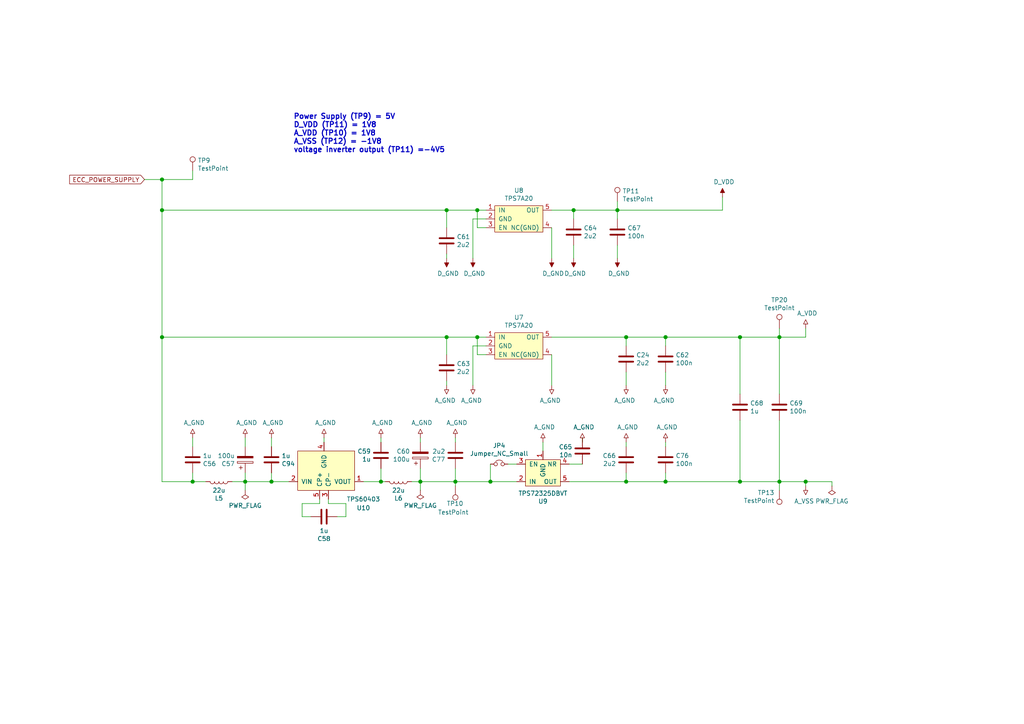
<source format=kicad_sch>
(kicad_sch (version 20210621) (generator eeschema)
  (paper "A4")
  (title_block (title "EEG power supply") (rev "1.0") (company "MIT License"))
  (lib_symbols
    (symbol "Connector:TestPoint" (pin_numbers hide) (pin_names (offset 0.762) hide)
      (property "Reference" "TP" (at 0 6.858 0))
      (property "Value" "TestPoint" (at 0 5.08 0))
      (symbol "TestPoint_0_1"
        (circle (center 0 3.302) (radius 0.762))
      )
      (symbol "TestPoint_1_1"
        (pin passive line (at 0 0 90) (length 2.54) (name "1") (number "1"))
      )
    )
    (symbol "Device:C" (pin_numbers hide) (pin_names (offset 0.254))
      (property "Reference" "C" (at 0.635 2.54 0))
      (property "Value" "C" (at 0.635 -2.54 0))
      (symbol "C_0_1"
        (polyline (pts (xy -2.032 -0.762) (xy 2.032 -0.762)) (stroke (width 0.508)))
        (polyline (pts (xy -2.032 0.762) (xy 2.032 0.762)) (stroke (width 0.508)))
      )
      (symbol "C_1_1"
        (pin passive line (at 0 3.81 270) (length 2.794) (name "~") (number "1"))
        (pin passive line (at 0 -3.81 90) (length 2.794) (name "~") (number "2"))
      )
    )
    (symbol "Device:CP" (pin_numbers hide) (pin_names (offset 0.254))
      (property "Reference" "C" (at 0.635 2.54 0))
      (property "Value" "CP" (at 0.635 -2.54 0))
      (symbol "CP_0_1"
        (rectangle (start -2.286 0.508) (end 2.286 1.016))
        (rectangle (start 2.286 -0.508) (end -2.286 -1.016) (fill (type outline)))
        (polyline (pts (xy -1.778 2.286) (xy -0.762 2.286)))
        (polyline (pts (xy -1.27 2.794) (xy -1.27 1.778)))
      )
      (symbol "CP_1_1"
        (pin passive line (at 0 3.81 270) (length 2.794) (name "~") (number "1"))
        (pin passive line (at 0 -3.81 90) (length 2.794) (name "~") (number "2"))
      )
    )
    (symbol "Device:Jumper_NC_Small" (pin_numbers hide) (pin_names (offset 0.762) hide)
      (property "Reference" "JP" (at 0 2.032 0))
      (property "Value" "Jumper_NC_Small" (at 0.254 -1.524 0))
      (symbol "Jumper_NC_Small_0_1"
        (arc (start 1.016 0.762) (end -1.016 0.762) (radius (at 0 -0.254) (length 1.4478) (angles 45 135)))
        (circle (center -1.016 0) (radius 0.508))
        (circle (center 1.016 0) (radius 0.508))
        (pin passive line (at -2.54 0 0) (length 1.016) (name "1") (number "1"))
        (pin passive line (at 2.54 0 180) (length 1.016) (name "2") (number "2"))
      )
    )
    (symbol "Device:L" (pin_numbers hide) (pin_names (offset 1.016) hide)
      (property "Reference" "L" (at -1.27 0 90))
      (property "Value" "L" (at 1.905 0 90))
      (symbol "L_0_1"
        (arc (start 0 -2.54) (end 0 -1.27) (radius (at 0 -1.905) (length 0.635) (angles -89.9 89.9)))
        (arc (start 0 -1.27) (end 0 0) (radius (at 0 -0.635) (length 0.635) (angles -89.9 89.9)))
        (arc (start 0 0) (end 0 1.27) (radius (at 0 0.635) (length 0.635) (angles -89.9 89.9)))
        (arc (start 0 1.27) (end 0 2.54) (radius (at 0 1.905) (length 0.635) (angles -89.9 89.9)))
      )
      (symbol "L_1_1"
        (pin passive line (at 0 3.81 270) (length 1.27) (name "1") (number "1"))
        (pin passive line (at 0 -3.81 90) (length 1.27) (name "2") (number "2"))
      )
    )
    (symbol "Electroencephalograph:A_GND" (pin_names (offset 0))
      (property "Value" "A_GND" (at 0 -3.81 0))
      (symbol "A_GND_1_1"
        (polyline (pts (xy 0 0) (xy 0 -1.27)))
        (polyline (pts (xy 0 -1.27) (xy -0.635 -1.27) (xy 0 -2.54) (xy 0.635 -1.27) (xy 0 -1.27)))
        (pin power_in line (at 0 0 270) (length 0) hide (name "A_GND") (number "1"))
      )
    )
    (symbol "Electroencephalograph:A_VDD" (pin_names (offset 0))
      (property "Value" "A_VDD" (at 0 3.81 0))
      (symbol "A_VDD_0_1"
        (polyline (pts (xy 0 1.27) (xy 0.635 1.27) (xy 0 2.54) (xy -0.635 1.27) (xy 0 1.27)))
      )
      (symbol "A_VDD_1_1"
        (polyline (pts (xy 0 0) (xy 0 1.27)))
        (pin power_in line (at 0 0 90) (length 0) hide (name "A_VDD") (number "1"))
      )
    )
    (symbol "Electroencephalograph:A_VSS" (pin_names (offset 0))
      (property "Value" "A_VSS" (at 0 3.175 0))
      (symbol "A_VSS_1_1"
        (polyline (pts (xy 0 0) (xy 0 1.27)))
        (polyline (pts (xy 0 1.27) (xy 0.635 1.27) (xy 0 2.54) (xy -0.635 1.27) (xy 0 1.27)))
        (pin power_in line (at 0 0 90) (length 0) hide (name "A_VSS") (number "1"))
      )
    )
    (symbol "Electroencephalograph:D_GND" (pin_names (offset 0))
      (property "Value" "D_GND" (at 0 -3.81 0))
      (symbol "D_GND_1_1"
        (polyline (pts (xy 0 0) (xy 0 -1.27)))
        (polyline (pts (xy 0 -1.27) (xy -0.635 -1.27) (xy 0 -2.54) (xy 0.635 -1.27) (xy 0 -1.27)) (fill (type outline)))
        (pin power_in line (at 0 0 270) (length 0) hide (name "D_GND") (number "1"))
      )
    )
    (symbol "Electroencephalograph:D_VDD" (pin_names (offset 0))
      (property "Value" "D_VDD" (at 0 3.175 0))
      (symbol "D_VDD_1_1"
        (polyline (pts (xy 0 0) (xy 0 1.27)))
        (polyline (pts (xy 0 1.27) (xy 0.635 1.27) (xy 0 2.54) (xy -0.635 1.27) (xy 0 1.27)) (fill (type outline)))
        (pin power_in line (at 0 0 90) (length 0) hide (name "D_VDD") (number "1"))
      )
    )
    (symbol "Electroencephalograph:TPS60403" (pin_names (offset 1.016))
      (property "Reference" "U" (at 11.43 10.16 0))
      (property "Value" "TPS60403" (at 11.43 7.62 0))
      (symbol "TPS60403_0_1"
        (rectangle (start -7.62 5.08) (end 8.89 -6.35) (fill (type background)))
      )
      (symbol "TPS60403_1_1"
        (pin power_out line (at 11.43 2.54 180) (length 2.54) (name "VOUT") (number "1"))
        (pin power_in line (at -10.16 2.54 0) (length 2.54) (name "VIN") (number "2"))
        (pin passive line (at 1.27 7.62 270) (length 2.54) (name "CP-") (number "3"))
        (pin power_in line (at 0 -8.89 90) (length 2.54) (name "GND") (number "4"))
        (pin passive line (at -1.27 7.62 270) (length 2.54) (name "CP+") (number "5"))
      )
    )
    (symbol "Electroencephalograph:TPS72325DBVT" (pin_names (offset 1.016))
      (property "Reference" "U" (at 0 2.54 0))
      (property "Value" "TPS72325DBVT" (at 0 0 0))
      (symbol "TPS72325DBVT_0_1"
        (rectangle (start -5.08 -1.27) (end 5.08 -8.89) (fill (type background)))
      )
      (symbol "TPS72325DBVT_1_1"
        (pin input line (at 0 -11.43 90) (length 2.54) (name "GND") (number "1"))
        (pin power_in line (at -7.62 -2.54 0) (length 2.54) (name "IN") (number "2"))
        (pin input line (at -7.62 -7.62 0) (length 2.54) (name "EN") (number "3"))
        (pin input line (at 7.62 -7.62 180) (length 2.54) (name "NR") (number "4"))
        (pin input line (at 7.62 -2.54 180) (length 2.54) (name "OUT") (number "5"))
      )
    )
    (symbol "Electroencephalograph:TPS7A20" (pin_names (offset 1.016))
      (property "Reference" "U" (at 0 3.81 0))
      (property "Value" "TPS7A20" (at 0 1.27 0))
      (symbol "TPS7A20_0_1"
        (rectangle (start -6.35 0) (end 7.62 -7.62) (fill (type background)))
      )
      (symbol "TPS7A20_1_1"
        (pin power_in line (at -8.89 -1.27 0) (length 2.54) (name "IN") (number "1"))
        (pin input line (at -8.89 -3.81 0) (length 2.54) (name "GND") (number "2"))
        (pin input line (at -8.89 -6.35 0) (length 2.54) (name "EN") (number "3"))
        (pin input line (at 10.16 -6.35 180) (length 2.54) (name "NC(GND)") (number "4"))
        (pin power_out line (at 10.16 -1.27 180) (length 2.54) (name "OUT") (number "5"))
      )
    )
    (symbol "power:PWR_FLAG" (power) (pin_numbers hide) (pin_names (offset 0) hide)
      (property "Value" "PWR_FLAG" (at 0 3.81 0))
      (symbol "PWR_FLAG_0_0"
        (pin power_out line (at 0 0 90) (length 0) (name "pwr") (number "1"))
      )
      (symbol "PWR_FLAG_0_1"
        (polyline (pts (xy 0 0) (xy 0 1.27) (xy -1.016 1.905) (xy 0 2.54) (xy 1.016 1.905) (xy 0 1.27)))
      )
    )
  )
  (junction (at 46.99 52.07) (diameter 1.016))
  (junction (at 46.99 60.96) (diameter 1.016))
  (junction (at 46.99 97.79) (diameter 1.016))
  (junction (at 55.88 139.7) (diameter 1.016))
  (junction (at 71.12 139.7) (diameter 1.016))
  (junction (at 78.74 139.7) (diameter 1.016))
  (junction (at 110.49 139.7) (diameter 1.016))
  (junction (at 121.92 139.7) (diameter 1.016))
  (junction (at 129.54 60.96) (diameter 1.016))
  (junction (at 129.54 97.79) (diameter 1.016))
  (junction (at 132.08 139.7) (diameter 1.016))
  (junction (at 138.43 60.96) (diameter 1.016))
  (junction (at 138.43 97.79) (diameter 1.016))
  (junction (at 142.24 139.7) (diameter 1.016))
  (junction (at 166.37 60.96) (diameter 1.016))
  (junction (at 179.07 60.96) (diameter 1.016))
  (junction (at 181.61 97.79) (diameter 1.016))
  (junction (at 181.61 139.7) (diameter 1.016))
  (junction (at 193.04 97.79) (diameter 1.016))
  (junction (at 193.04 139.7) (diameter 1.016))
  (junction (at 214.63 97.79) (diameter 1.016))
  (junction (at 214.63 139.7) (diameter 1.016))
  (junction (at 226.06 97.79) (diameter 1.016))
  (junction (at 226.06 139.7) (diameter 1.016))
  (junction (at 233.68 139.7) (diameter 1.016))
  (wire (pts (xy 41.91 52.07) (xy 46.99 52.07)))
  (wire (pts (xy 46.99 52.07) (xy 46.99 60.96)))
  (wire (pts (xy 46.99 52.07) (xy 55.88 52.07)))
  (wire (pts (xy 46.99 60.96) (xy 46.99 97.79)))
  (wire (pts (xy 46.99 97.79) (xy 46.99 139.7)))
  (wire (pts (xy 46.99 97.79) (xy 129.54 97.79)))
  (wire (pts (xy 46.99 139.7) (xy 55.88 139.7)))
  (wire (pts (xy 55.88 52.07) (xy 55.88 49.53)))
  (wire (pts (xy 55.88 127) (xy 55.88 129.54)))
  (wire (pts (xy 55.88 137.16) (xy 55.88 139.7)))
  (wire (pts (xy 55.88 139.7) (xy 59.69 139.7)))
  (wire (pts (xy 67.31 139.7) (xy 71.12 139.7)))
  (wire (pts (xy 71.12 127) (xy 71.12 129.54)))
  (wire (pts (xy 71.12 139.7) (xy 71.12 137.16)))
  (wire (pts (xy 71.12 142.24) (xy 71.12 139.7)))
  (wire (pts (xy 78.74 127) (xy 78.74 129.54)))
  (wire (pts (xy 78.74 137.16) (xy 78.74 139.7)))
  (wire (pts (xy 78.74 139.7) (xy 71.12 139.7)))
  (wire (pts (xy 83.82 139.7) (xy 78.74 139.7)))
  (wire (pts (xy 87.63 146.05) (xy 92.71 146.05)))
  (wire (pts (xy 87.63 149.86) (xy 87.63 146.05)))
  (wire (pts (xy 90.17 149.86) (xy 87.63 149.86)))
  (wire (pts (xy 92.71 146.05) (xy 92.71 144.78)))
  (wire (pts (xy 93.98 127) (xy 93.98 128.27)))
  (wire (pts (xy 95.25 146.05) (xy 95.25 144.78)))
  (wire (pts (xy 97.79 149.86) (xy 100.33 149.86)))
  (wire (pts (xy 100.33 146.05) (xy 95.25 146.05)))
  (wire (pts (xy 100.33 149.86) (xy 100.33 146.05)))
  (wire (pts (xy 105.41 139.7) (xy 110.49 139.7)))
  (wire (pts (xy 110.49 127) (xy 110.49 128.27)))
  (wire (pts (xy 110.49 139.7) (xy 110.49 135.89)))
  (wire (pts (xy 110.49 139.7) (xy 111.76 139.7)))
  (wire (pts (xy 119.38 139.7) (xy 121.92 139.7)))
  (wire (pts (xy 121.92 127) (xy 121.92 128.27)))
  (wire (pts (xy 121.92 139.7) (xy 121.92 135.89)))
  (wire (pts (xy 121.92 139.7) (xy 121.92 142.24)))
  (wire (pts (xy 121.92 139.7) (xy 132.08 139.7)))
  (wire (pts (xy 129.54 60.96) (xy 46.99 60.96)))
  (wire (pts (xy 129.54 60.96) (xy 129.54 66.04)))
  (wire (pts (xy 129.54 60.96) (xy 138.43 60.96)))
  (wire (pts (xy 129.54 73.66) (xy 129.54 74.93)))
  (wire (pts (xy 129.54 97.79) (xy 129.54 102.87)))
  (wire (pts (xy 129.54 97.79) (xy 138.43 97.79)))
  (wire (pts (xy 129.54 110.49) (xy 129.54 111.76)))
  (wire (pts (xy 132.08 128.27) (xy 132.08 127)))
  (wire (pts (xy 132.08 139.7) (xy 132.08 135.89)))
  (wire (pts (xy 132.08 139.7) (xy 142.24 139.7)))
  (wire (pts (xy 132.08 140.97) (xy 132.08 139.7)))
  (wire (pts (xy 137.16 63.5) (xy 137.16 74.93)))
  (wire (pts (xy 137.16 100.33) (xy 137.16 111.76)))
  (wire (pts (xy 138.43 60.96) (xy 140.97 60.96)))
  (wire (pts (xy 138.43 66.04) (xy 138.43 60.96)))
  (wire (pts (xy 138.43 97.79) (xy 140.97 97.79)))
  (wire (pts (xy 138.43 102.87) (xy 138.43 97.79)))
  (wire (pts (xy 140.97 63.5) (xy 137.16 63.5)))
  (wire (pts (xy 140.97 66.04) (xy 138.43 66.04)))
  (wire (pts (xy 140.97 100.33) (xy 137.16 100.33)))
  (wire (pts (xy 140.97 102.87) (xy 138.43 102.87)))
  (wire (pts (xy 142.24 134.62) (xy 142.24 139.7)))
  (wire (pts (xy 142.24 139.7) (xy 149.86 139.7)))
  (wire (pts (xy 149.86 134.62) (xy 147.32 134.62)))
  (wire (pts (xy 157.48 128.27) (xy 157.48 130.81)))
  (wire (pts (xy 160.02 60.96) (xy 166.37 60.96)))
  (wire (pts (xy 160.02 66.04) (xy 160.02 74.93)))
  (wire (pts (xy 160.02 97.79) (xy 181.61 97.79)))
  (wire (pts (xy 160.02 102.87) (xy 160.02 111.76)))
  (wire (pts (xy 165.1 134.62) (xy 168.91 134.62)))
  (wire (pts (xy 165.1 139.7) (xy 181.61 139.7)))
  (wire (pts (xy 166.37 60.96) (xy 166.37 63.5)))
  (wire (pts (xy 166.37 60.96) (xy 179.07 60.96)))
  (wire (pts (xy 166.37 74.93) (xy 166.37 71.12)))
  (wire (pts (xy 168.91 128.27) (xy 168.91 127)))
  (wire (pts (xy 179.07 58.42) (xy 179.07 60.96)))
  (wire (pts (xy 179.07 60.96) (xy 179.07 63.5)))
  (wire (pts (xy 179.07 60.96) (xy 209.55 60.96)))
  (wire (pts (xy 179.07 74.93) (xy 179.07 71.12)))
  (wire (pts (xy 181.61 97.79) (xy 181.61 100.33)))
  (wire (pts (xy 181.61 97.79) (xy 193.04 97.79)))
  (wire (pts (xy 181.61 111.76) (xy 181.61 107.95)))
  (wire (pts (xy 181.61 128.27) (xy 181.61 129.54)))
  (wire (pts (xy 181.61 137.16) (xy 181.61 139.7)))
  (wire (pts (xy 181.61 139.7) (xy 193.04 139.7)))
  (wire (pts (xy 193.04 97.79) (xy 193.04 100.33)))
  (wire (pts (xy 193.04 97.79) (xy 214.63 97.79)))
  (wire (pts (xy 193.04 111.76) (xy 193.04 107.95)))
  (wire (pts (xy 193.04 128.27) (xy 193.04 129.54)))
  (wire (pts (xy 193.04 137.16) (xy 193.04 139.7)))
  (wire (pts (xy 193.04 139.7) (xy 214.63 139.7)))
  (wire (pts (xy 209.55 60.96) (xy 209.55 57.15)))
  (wire (pts (xy 214.63 97.79) (xy 214.63 114.3)))
  (wire (pts (xy 214.63 97.79) (xy 226.06 97.79)))
  (wire (pts (xy 214.63 139.7) (xy 214.63 121.92)))
  (wire (pts (xy 214.63 139.7) (xy 226.06 139.7)))
  (wire (pts (xy 226.06 95.25) (xy 226.06 97.79)))
  (wire (pts (xy 226.06 97.79) (xy 226.06 114.3)))
  (wire (pts (xy 226.06 97.79) (xy 233.68 97.79)))
  (wire (pts (xy 226.06 139.7) (xy 226.06 121.92)))
  (wire (pts (xy 226.06 139.7) (xy 233.68 139.7)))
  (wire (pts (xy 226.06 142.24) (xy 226.06 139.7)))
  (wire (pts (xy 233.68 95.25) (xy 233.68 97.79)))
  (wire (pts (xy 233.68 139.7) (xy 233.68 140.97)))
  (wire (pts (xy 233.68 139.7) (xy 241.3 139.7)))
  (wire (pts (xy 241.3 139.7) (xy 241.3 140.97)))
  (text "Power Supply (TP9) = 5V\nD_VDD (TP11) = 1V8\nA_VDD (TP10) = 1V8\nA_VSS (TP12) = -1V8\nvoltage inverter output (TP11) =-4V5" (at 85.09 44.45 0) (effects (font (size 1.4986 1.4986) (thickness 0.2997) bold) (justify left bottom)))
  (global_label "ECC_POWER_SUPPLY" (shape input) (at 41.91 52.07 180) (property "Intersheet References" "${INTERSHEET_REFS}" (effects hide)))
  (symbol (lib_id "Electroencephalograph:A_GND") (at 55.88 127 0) (mirror x)
    (property "Reference" "#PWR110" (effects hide))
    (property "Value" "A_GND" (at 56.3118 122.6058 0))
  )
  (symbol (lib_id "Electroencephalograph:A_GND") (at 71.12 127 0) (mirror x)
    (property "Reference" "#PWR111" (effects hide))
    (property "Value" "A_GND" (at 71.5518 122.6058 0))
  )
  (symbol (lib_id "Electroencephalograph:A_GND") (at 78.74 127 0) (mirror x)
    (property "Reference" "#PWR176" (effects hide))
    (property "Value" "A_GND" (at 79.1718 122.6058 0))
  )
  (symbol (lib_id "Electroencephalograph:A_GND") (at 93.98 127 0) (mirror x)
    (property "Reference" "#PWR112" (effects hide))
    (property "Value" "A_GND" (at 94.4118 122.6058 0))
  )
  (symbol (lib_id "Electroencephalograph:A_GND") (at 110.49 127 0) (mirror x)
    (property "Reference" "#PWR113" (effects hide))
    (property "Value" "A_GND" (at 110.9218 122.6058 0))
  )
  (symbol (lib_id "Electroencephalograph:A_GND") (at 121.92 127 0) (mirror x)
    (property "Reference" "#PWR114" (effects hide))
    (property "Value" "A_GND" (at 122.3518 122.6058 0))
  )
  (symbol (lib_id "Electroencephalograph:D_GND") (at 129.54 74.93 0)
    (property "Reference" "#PWR115" (effects hide))
    (property "Value" "D_GND" (at 129.9718 79.3242 0))
  )
  (symbol (lib_id "Electroencephalograph:A_GND") (at 129.54 111.76 0) (mirror y)
    (property "Reference" "#PWR116" (effects hide))
    (property "Value" "A_GND" (at 129.1082 116.1542 0))
  )
  (symbol (lib_id "Electroencephalograph:A_GND") (at 132.08 127 0) (mirror x)
    (property "Reference" "#PWR235" (effects hide))
    (property "Value" "A_GND" (at 132.5118 122.6058 0))
  )
  (symbol (lib_id "Electroencephalograph:D_GND") (at 137.16 74.93 0)
    (property "Reference" "#PWR119" (effects hide))
    (property "Value" "D_GND" (at 137.5918 79.3242 0))
  )
  (symbol (lib_id "Electroencephalograph:A_GND") (at 137.16 111.76 0) (mirror y)
    (property "Reference" "#PWR117" (effects hide))
    (property "Value" "A_GND" (at 136.7282 116.1542 0))
  )
  (symbol (lib_id "Electroencephalograph:A_GND") (at 157.48 128.27 0) (mirror x)
    (property "Reference" "#PWR123" (effects hide))
    (property "Value" "A_GND" (at 157.9118 123.8758 0))
  )
  (symbol (lib_id "Electroencephalograph:D_GND") (at 160.02 74.93 0)
    (property "Reference" "#PWR229" (effects hide))
    (property "Value" "D_GND" (at 160.4518 79.3242 0))
  )
  (symbol (lib_id "Electroencephalograph:A_GND") (at 160.02 111.76 0) (mirror y)
    (property "Reference" "#PWR118" (effects hide))
    (property "Value" "A_GND" (at 159.5882 116.1542 0))
  )
  (symbol (lib_id "Electroencephalograph:D_GND") (at 166.37 74.93 0)
    (property "Reference" "#PWR121" (effects hide))
    (property "Value" "D_GND" (at 166.8018 79.3242 0))
  )
  (symbol (lib_id "Electroencephalograph:A_GND") (at 168.91 128.27 0) (mirror x)
    (property "Reference" "#PWR204" (effects hide))
    (property "Value" "A_GND" (at 169.3418 123.8758 0))
  )
  (symbol (lib_id "Electroencephalograph:D_GND") (at 179.07 74.93 0)
    (property "Reference" "#PWR124" (effects hide))
    (property "Value" "D_GND" (at 179.5018 79.3242 0))
  )
  (symbol (lib_id "Electroencephalograph:A_GND") (at 181.61 111.76 0) (mirror y)
    (property "Reference" "#PWR120" (effects hide))
    (property "Value" "A_GND" (at 181.1782 116.1542 0))
  )
  (symbol (lib_id "Electroencephalograph:A_GND") (at 181.61 128.27 0) (mirror x)
    (property "Reference" "#PWR205" (effects hide))
    (property "Value" "A_GND" (at 182.0418 123.8758 0))
  )
  (symbol (lib_id "Electroencephalograph:A_GND") (at 193.04 111.76 0) (mirror y)
    (property "Reference" "#PWR122" (effects hide))
    (property "Value" "A_GND" (at 192.6082 116.1542 0))
  )
  (symbol (lib_id "Electroencephalograph:A_GND") (at 193.04 128.27 0) (mirror x)
    (property "Reference" "#PWR230" (effects hide))
    (property "Value" "A_GND" (at 193.4718 123.8758 0))
  )
  (symbol (lib_id "Electroencephalograph:D_VDD") (at 209.55 57.15 0) (unit 1)
    (property "Reference" "#PWR127" (effects hide))
    (property "Value" "D_VDD" (at 209.9818 52.7558 0))
  )
  (symbol (lib_id "Electroencephalograph:A_VDD") (at 233.68 95.25 0) (unit 1)
    (property "Reference" "#PWR125" (effects hide))
    (property "Value" "A_VDD" (at 234.1118 90.8558 0))
  )
  (symbol (lib_id "Electroencephalograph:A_VSS") (at 233.68 140.97 180) (unit 1)
    (property "Reference" "#PWR126" (effects hide))
    (property "Value" "A_VSS" (at 233.2228 145.3642 0))
  )
  (symbol (lib_id "power:PWR_FLAG") (at 71.12 142.24 180) (unit 1)
    (property "Reference" "#FLG0103" (effects hide))
    (property "Value" "PWR_FLAG" (at 71.12 146.6342 0))
  )
  (symbol (lib_id "power:PWR_FLAG") (at 121.92 142.24 180) (unit 1)
    (property "Reference" "#FLG0102" (effects hide))
    (property "Value" "PWR_FLAG" (at 121.92 146.6342 0))
  )
  (symbol (lib_id "power:PWR_FLAG") (at 241.3 140.97 180) (unit 1)
    (property "Reference" "#FLG?" (effects hide))
    (property "Value" "PWR_FLAG" (at 241.3 145.3642 0))
  )
  (symbol (lib_id "Connector:TestPoint") (at 55.88 49.53 0)
    (property "Reference" "TP9" (at 57.3532 46.5328 0) (effects (justify left)))
    (property "Value" "TestPoint" (at 57.3532 48.8442 0) (effects (justify left)))
    (property "Footprint" "TestPoint:TestPoint_Pad_D1.0mm" (effects hide))
  )
  (symbol (lib_id "Connector:TestPoint") (at 132.08 140.97 180)
    (property "Reference" "TP10" (at 129.54 146.05 0) (effects (justify right)))
    (property "Value" "TestPoint" (at 127 148.59 0) (effects (justify right)))
    (property "Footprint" "TestPoint:TestPoint_Pad_D1.0mm" (effects hide))
  )
  (symbol (lib_id "Connector:TestPoint") (at 179.07 58.42 0)
    (property "Reference" "TP11" (at 180.5432 55.4228 0) (effects (justify left)))
    (property "Value" "TestPoint" (at 180.5432 57.7342 0) (effects (justify left)))
    (property "Footprint" "TestPoint:TestPoint_Pad_D1.0mm" (effects hide))
  )
  (symbol (lib_id "Connector:TestPoint") (at 226.06 95.25 0)
    (property "Reference" "TP20" (at 226.06 86.995 0))
    (property "Value" "TestPoint" (at 226.06 89.3064 0))
    (property "Footprint" "TestPoint:TestPoint_Pad_D1.0mm" (effects hide))
  )
  (symbol (lib_id "Connector:TestPoint") (at 226.06 142.24 180)
    (property "Reference" "TP13" (at 224.6122 142.9004 0) (effects (justify left)))
    (property "Value" "TestPoint" (at 224.6122 145.2118 0) (effects (justify left)))
    (property "Footprint" "TestPoint:TestPoint_Pad_D1.0mm" (effects hide))
  )
  (symbol (lib_id "Device:L") (at 63.5 139.7 270)
    (property "Reference" "L5" (at 63.5 144.526 90))
    (property "Value" "22u" (at 63.5 142.2146 90))
    (property "Footprint" "Electroencephalograph:L_7.3x7.3_H3.5" (effects hide))
  )
  (symbol (lib_id "Device:L") (at 115.57 139.7 270)
    (property "Reference" "L6" (at 115.57 144.526 90))
    (property "Value" "22u" (at 115.57 142.2146 90))
    (property "Footprint" "Electroencephalograph:L_7.3x7.3_H3.5" (effects hide))
  )
  (symbol (lib_id "Device:Jumper_NC_Small") (at 144.78 134.62 0)
    (property "Reference" "JP4" (at 144.78 129.2352 0))
    (property "Value" "Jumper_NC_Small" (at 144.78 131.5466 0))
    (property "Footprint" "Jumper:SolderJumper-2_P1.3mm_Bridged_Pad1.0x1.5mm" (effects hide))
  )
  (symbol (lib_id "Device:C") (at 55.88 133.35 0) (mirror x)
    (property "Reference" "C56" (at 58.801 134.5184 0) (effects (justify left)))
    (property "Value" "1u" (at 58.801 132.207 0) (effects (justify left)))
    (property "Footprint" "Capacitor_SMD:C_0402_1005Metric" (effects hide))
  )
  (symbol (lib_id "Device:CP") (at 71.12 133.35 0) (mirror x)
    (property "Reference" "C57" (at 68.1228 134.5184 0) (effects (justify right)))
    (property "Value" "100u" (at 68.1228 132.207 0) (effects (justify right)))
    (property "Footprint" "Capacitor_SMD:CP_Elec_6.3x5.8" (effects hide))
  )
  (symbol (lib_id "Device:C") (at 78.74 133.35 0) (mirror x)
    (property "Reference" "C94" (at 81.661 134.5184 0) (effects (justify left)))
    (property "Value" "1u" (at 81.661 132.207 0) (effects (justify left)))
    (property "Footprint" "Capacitor_SMD:C_0402_1005Metric" (effects hide))
  )
  (symbol (lib_id "Device:C") (at 93.98 149.86 270) (mirror x)
    (property "Reference" "C58" (at 93.98 156.2608 90))
    (property "Value" "1u" (at 93.98 153.9494 90))
    (property "Footprint" "Capacitor_SMD:C_0402_1005Metric" (effects hide))
  )
  (symbol (lib_id "Device:C") (at 110.49 132.08 0) (mirror x)
    (property "Reference" "C59" (at 107.5944 130.9116 0) (effects (justify right)))
    (property "Value" "1u" (at 107.5944 133.223 0) (effects (justify right)))
    (property "Footprint" "Capacitor_SMD:C_0402_1005Metric" (effects hide))
  )
  (symbol (lib_id "Device:CP") (at 121.92 132.08 0) (mirror x)
    (property "Reference" "C60" (at 118.9228 130.9116 0) (effects (justify right)))
    (property "Value" "100u" (at 118.9228 133.223 0) (effects (justify right)))
    (property "Footprint" "Capacitor_SMD:CP_Elec_6.3x5.8" (effects hide))
  )
  (symbol (lib_id "Device:C") (at 129.54 69.85 0)
    (property "Reference" "C61" (at 132.461 68.6816 0) (effects (justify left)))
    (property "Value" "2u2" (at 132.461 70.993 0) (effects (justify left)))
    (property "Footprint" "Capacitor_SMD:C_0402_1005Metric" (effects hide))
  )
  (symbol (lib_id "Device:C") (at 129.54 106.68 0)
    (property "Reference" "C63" (at 132.461 105.5116 0) (effects (justify left)))
    (property "Value" "2u2" (at 132.461 107.823 0) (effects (justify left)))
    (property "Footprint" "Capacitor_SMD:C_0402_1005Metric" (effects hide))
  )
  (symbol (lib_id "Device:C") (at 132.08 132.08 180)
    (property "Reference" "C77" (at 129.159 133.2484 0) (effects (justify left)))
    (property "Value" "2u2" (at 129.159 130.937 0) (effects (justify left)))
    (property "Footprint" "Capacitor_SMD:C_0402_1005Metric" (effects hide))
  )
  (symbol (lib_id "Device:C") (at 166.37 67.31 0)
    (property "Reference" "C64" (at 169.291 66.1416 0) (effects (justify left)))
    (property "Value" "2u2" (at 169.291 68.453 0) (effects (justify left)))
    (property "Footprint" "Capacitor_SMD:C_0402_1005Metric" (effects hide))
  )
  (symbol (lib_id "Device:C") (at 168.91 130.81 0) (mirror x)
    (property "Reference" "C65" (at 165.989 129.6416 0) (effects (justify right)))
    (property "Value" "10n" (at 165.989 131.953 0) (effects (justify right)))
    (property "Footprint" "Capacitor_SMD:C_0402_1005Metric" (effects hide))
  )
  (symbol (lib_id "Device:C") (at 179.07 67.31 0)
    (property "Reference" "C67" (at 181.991 66.1416 0) (effects (justify left)))
    (property "Value" "100n" (at 181.991 68.453 0) (effects (justify left)))
    (property "Footprint" "Capacitor_SMD:C_0402_1005Metric" (effects hide))
  )
  (symbol (lib_id "Device:C") (at 181.61 104.14 0)
    (property "Reference" "C24" (at 184.531 102.9716 0) (effects (justify left)))
    (property "Value" "2u2" (at 184.531 105.283 0) (effects (justify left)))
    (property "Footprint" "Capacitor_SMD:C_0402_1005Metric" (effects hide))
  )
  (symbol (lib_id "Device:C") (at 181.61 133.35 180)
    (property "Reference" "C66" (at 178.689 132.1816 0) (effects (justify left)))
    (property "Value" "2u2" (at 178.689 134.493 0) (effects (justify left)))
    (property "Footprint" "Capacitor_SMD:C_0402_1005Metric" (effects hide))
  )
  (symbol (lib_id "Device:C") (at 193.04 104.14 0)
    (property "Reference" "C62" (at 195.961 102.9716 0) (effects (justify left)))
    (property "Value" "100n" (at 195.961 105.283 0) (effects (justify left)))
    (property "Footprint" "Capacitor_SMD:C_0402_1005Metric" (effects hide))
  )
  (symbol (lib_id "Device:C") (at 193.04 133.35 180)
    (property "Reference" "C76" (at 195.961 132.1816 0) (effects (justify right)))
    (property "Value" "100n" (at 195.961 134.493 0) (effects (justify right)))
    (property "Footprint" "Capacitor_SMD:C_0402_1005Metric" (effects hide))
  )
  (symbol (lib_id "Device:C") (at 214.63 118.11 0)
    (property "Reference" "C68" (at 217.551 116.9416 0) (effects (justify left)))
    (property "Value" "1u" (at 217.551 119.253 0) (effects (justify left)))
    (property "Footprint" "Capacitor_SMD:C_0402_1005Metric" (effects hide))
  )
  (symbol (lib_id "Device:C") (at 226.06 118.11 0)
    (property "Reference" "C69" (at 228.981 116.9416 0) (effects (justify left)))
    (property "Value" "100n" (at 228.981 119.253 0) (effects (justify left)))
    (property "Footprint" "Capacitor_SMD:C_0402_1005Metric" (effects hide))
  )
  (symbol (lib_id "Electroencephalograph:TPS7A20") (at 149.86 59.69 0) (unit 1)
    (property "Reference" "U8" (at 150.495 55.245 0))
    (property "Value" "TPS7A20" (at 150.495 57.5564 0))
    (property "Footprint" "Package_TO_SOT_SMD:SOT-23-5" (effects hide))
    (property "Datasheet" "https://www.ti.com/lit/ds/symlink/tps7a20.pdf?ts=1618746541068&ref_url=https%253A%252F%252Fwww.mouser.fr%252F" (effects hide))
  )
  (symbol (lib_id "Electroencephalograph:TPS7A20") (at 149.86 96.52 0) (unit 1)
    (property "Reference" "U7" (at 150.495 92.075 0))
    (property "Value" "TPS7A20" (at 150.495 94.3864 0))
    (property "Footprint" "Package_TO_SOT_SMD:SOT-23-5" (effects hide))
    (property "Datasheet" "https://www.ti.com/lit/ds/symlink/tps7a20.pdf?ts=1618746541068&ref_url=https%253A%252F%252Fwww.mouser.fr%252F" (effects hide))
  )
  (symbol (lib_id "Electroencephalograph:TPS72325DBVT") (at 157.48 142.24 0) (mirror x) (unit 1)
    (property "Reference" "U9" (at 157.48 145.415 0))
    (property "Value" "TPS72325DBVT" (at 157.48 143.1036 0))
    (property "Footprint" "Package_TO_SOT_SMD:SOT-23-5" (effects hide))
    (property "Datasheet" "https://www.ti.com/lit/ds/symlink/tps723.pdf?HQS=dis-mous-null-mousermode-dsf-pf-null-wwe&ts=1619345888629&ref_url=https%253A%252F%252Fwww.mouser.fr%252F" (effects hide))
  )
  (symbol (lib_id "Electroencephalograph:TPS60403") (at 93.98 137.16 0) (mirror x) (unit 1)
    (property "Reference" "U10" (at 105.41 147.32 0))
    (property "Value" "TPS60403" (at 105.41 144.78 0))
    (property "Footprint" "Package_TO_SOT_SMD:SOT-23-5" (effects hide))
    (property "Datasheet" "http://www.ti.com/lit/ds/symlink/tps60402.pdf" (effects hide))
  )
)
</source>
